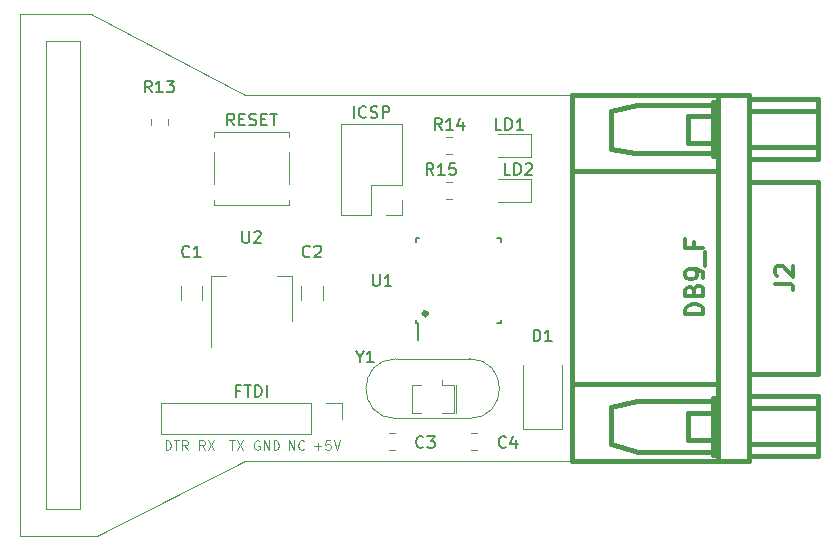
<source format=gbr>
G04 #@! TF.GenerationSoftware,KiCad,Pcbnew,5.1.4-e60b266~84~ubuntu16.04.1*
G04 #@! TF.CreationDate,2019-11-10T18:33:16+00:00*
G04 #@! TF.ProjectId,OpenPSX2AmigaPadAdapter,4f70656e-5053-4583-9241-6d6967615061,2*
G04 #@! TF.SameCoordinates,Original*
G04 #@! TF.FileFunction,Legend,Top*
G04 #@! TF.FilePolarity,Positive*
%FSLAX46Y46*%
G04 Gerber Fmt 4.6, Leading zero omitted, Abs format (unit mm)*
G04 Created by KiCad (PCBNEW 5.1.4-e60b266~84~ubuntu16.04.1) date 2019-11-10 18:33:16*
%MOMM*%
%LPD*%
G04 APERTURE LIST*
%ADD10C,0.400000*%
%ADD11C,0.120000*%
%ADD12C,0.150000*%
%ADD13C,0.050000*%
%ADD14C,0.381000*%
%ADD15C,0.304800*%
G04 APERTURE END LIST*
D10*
X143129000Y-79248000D02*
G75*
G03X143129000Y-79248000I-127000J0D01*
G01*
D11*
X131451428Y-90785904D02*
X131451428Y-89985904D01*
X131908571Y-90785904D01*
X131908571Y-89985904D01*
X132746666Y-90709714D02*
X132708571Y-90747809D01*
X132594285Y-90785904D01*
X132518095Y-90785904D01*
X132403809Y-90747809D01*
X132327619Y-90671619D01*
X132289523Y-90595428D01*
X132251428Y-90443047D01*
X132251428Y-90328761D01*
X132289523Y-90176380D01*
X132327619Y-90100190D01*
X132403809Y-90024000D01*
X132518095Y-89985904D01*
X132594285Y-89985904D01*
X132708571Y-90024000D01*
X132746666Y-90062095D01*
D12*
X126817619Y-63317380D02*
X126484285Y-62841190D01*
X126246190Y-63317380D02*
X126246190Y-62317380D01*
X126627142Y-62317380D01*
X126722380Y-62365000D01*
X126770000Y-62412619D01*
X126817619Y-62507857D01*
X126817619Y-62650714D01*
X126770000Y-62745952D01*
X126722380Y-62793571D01*
X126627142Y-62841190D01*
X126246190Y-62841190D01*
X127246190Y-62793571D02*
X127579523Y-62793571D01*
X127722380Y-63317380D02*
X127246190Y-63317380D01*
X127246190Y-62317380D01*
X127722380Y-62317380D01*
X128103333Y-63269761D02*
X128246190Y-63317380D01*
X128484285Y-63317380D01*
X128579523Y-63269761D01*
X128627142Y-63222142D01*
X128674761Y-63126904D01*
X128674761Y-63031666D01*
X128627142Y-62936428D01*
X128579523Y-62888809D01*
X128484285Y-62841190D01*
X128293809Y-62793571D01*
X128198571Y-62745952D01*
X128150952Y-62698333D01*
X128103333Y-62603095D01*
X128103333Y-62507857D01*
X128150952Y-62412619D01*
X128198571Y-62365000D01*
X128293809Y-62317380D01*
X128531904Y-62317380D01*
X128674761Y-62365000D01*
X129103333Y-62793571D02*
X129436666Y-62793571D01*
X129579523Y-63317380D02*
X129103333Y-63317380D01*
X129103333Y-62317380D01*
X129579523Y-62317380D01*
X129865238Y-62317380D02*
X130436666Y-62317380D01*
X130150952Y-63317380D02*
X130150952Y-62317380D01*
D13*
X113792000Y-95758000D02*
X110871000Y-95758000D01*
X113792000Y-56134000D02*
X113792000Y-95758000D01*
X110871000Y-56134000D02*
X113792000Y-56134000D01*
X110871000Y-95758000D02*
X110871000Y-56134000D01*
D12*
X136948809Y-62682380D02*
X136948809Y-61682380D01*
X137996428Y-62587142D02*
X137948809Y-62634761D01*
X137805952Y-62682380D01*
X137710714Y-62682380D01*
X137567857Y-62634761D01*
X137472619Y-62539523D01*
X137425000Y-62444285D01*
X137377380Y-62253809D01*
X137377380Y-62110952D01*
X137425000Y-61920476D01*
X137472619Y-61825238D01*
X137567857Y-61730000D01*
X137710714Y-61682380D01*
X137805952Y-61682380D01*
X137948809Y-61730000D01*
X137996428Y-61777619D01*
X138377380Y-62634761D02*
X138520238Y-62682380D01*
X138758333Y-62682380D01*
X138853571Y-62634761D01*
X138901190Y-62587142D01*
X138948809Y-62491904D01*
X138948809Y-62396666D01*
X138901190Y-62301428D01*
X138853571Y-62253809D01*
X138758333Y-62206190D01*
X138567857Y-62158571D01*
X138472619Y-62110952D01*
X138425000Y-62063333D01*
X138377380Y-61968095D01*
X138377380Y-61872857D01*
X138425000Y-61777619D01*
X138472619Y-61730000D01*
X138567857Y-61682380D01*
X138805952Y-61682380D01*
X138948809Y-61730000D01*
X139377380Y-62682380D02*
X139377380Y-61682380D01*
X139758333Y-61682380D01*
X139853571Y-61730000D01*
X139901190Y-61777619D01*
X139948809Y-61872857D01*
X139948809Y-62015714D01*
X139901190Y-62110952D01*
X139853571Y-62158571D01*
X139758333Y-62206190D01*
X139377380Y-62206190D01*
X127293809Y-85780571D02*
X126960476Y-85780571D01*
X126960476Y-86304380D02*
X126960476Y-85304380D01*
X127436666Y-85304380D01*
X127674761Y-85304380D02*
X128246190Y-85304380D01*
X127960476Y-86304380D02*
X127960476Y-85304380D01*
X128579523Y-86304380D02*
X128579523Y-85304380D01*
X128817619Y-85304380D01*
X128960476Y-85352000D01*
X129055714Y-85447238D01*
X129103333Y-85542476D01*
X129150952Y-85732952D01*
X129150952Y-85875809D01*
X129103333Y-86066285D01*
X129055714Y-86161523D01*
X128960476Y-86256761D01*
X128817619Y-86304380D01*
X128579523Y-86304380D01*
X129579523Y-86304380D02*
X129579523Y-85304380D01*
D11*
X133591428Y-90481142D02*
X134200952Y-90481142D01*
X133896190Y-90785904D02*
X133896190Y-90176380D01*
X134962857Y-89985904D02*
X134581904Y-89985904D01*
X134543809Y-90366857D01*
X134581904Y-90328761D01*
X134658095Y-90290666D01*
X134848571Y-90290666D01*
X134924761Y-90328761D01*
X134962857Y-90366857D01*
X135000952Y-90443047D01*
X135000952Y-90633523D01*
X134962857Y-90709714D01*
X134924761Y-90747809D01*
X134848571Y-90785904D01*
X134658095Y-90785904D01*
X134581904Y-90747809D01*
X134543809Y-90709714D01*
X135229523Y-89985904D02*
X135496190Y-90785904D01*
X135762857Y-89985904D01*
X128930476Y-90024000D02*
X128854285Y-89985904D01*
X128740000Y-89985904D01*
X128625714Y-90024000D01*
X128549523Y-90100190D01*
X128511428Y-90176380D01*
X128473333Y-90328761D01*
X128473333Y-90443047D01*
X128511428Y-90595428D01*
X128549523Y-90671619D01*
X128625714Y-90747809D01*
X128740000Y-90785904D01*
X128816190Y-90785904D01*
X128930476Y-90747809D01*
X128968571Y-90709714D01*
X128968571Y-90443047D01*
X128816190Y-90443047D01*
X129311428Y-90785904D02*
X129311428Y-89985904D01*
X129768571Y-90785904D01*
X129768571Y-89985904D01*
X130149523Y-90785904D02*
X130149523Y-89985904D01*
X130340000Y-89985904D01*
X130454285Y-90024000D01*
X130530476Y-90100190D01*
X130568571Y-90176380D01*
X130606666Y-90328761D01*
X130606666Y-90443047D01*
X130568571Y-90595428D01*
X130530476Y-90671619D01*
X130454285Y-90747809D01*
X130340000Y-90785904D01*
X130149523Y-90785904D01*
X121005714Y-90785904D02*
X121005714Y-89985904D01*
X121196190Y-89985904D01*
X121310476Y-90024000D01*
X121386666Y-90100190D01*
X121424761Y-90176380D01*
X121462857Y-90328761D01*
X121462857Y-90443047D01*
X121424761Y-90595428D01*
X121386666Y-90671619D01*
X121310476Y-90747809D01*
X121196190Y-90785904D01*
X121005714Y-90785904D01*
X121691428Y-89985904D02*
X122148571Y-89985904D01*
X121920000Y-90785904D02*
X121920000Y-89985904D01*
X122872380Y-90785904D02*
X122605714Y-90404952D01*
X122415238Y-90785904D02*
X122415238Y-89985904D01*
X122720000Y-89985904D01*
X122796190Y-90024000D01*
X122834285Y-90062095D01*
X122872380Y-90138285D01*
X122872380Y-90252571D01*
X122834285Y-90328761D01*
X122796190Y-90366857D01*
X122720000Y-90404952D01*
X122415238Y-90404952D01*
X124326666Y-90785904D02*
X124060000Y-90404952D01*
X123869523Y-90785904D02*
X123869523Y-89985904D01*
X124174285Y-89985904D01*
X124250476Y-90024000D01*
X124288571Y-90062095D01*
X124326666Y-90138285D01*
X124326666Y-90252571D01*
X124288571Y-90328761D01*
X124250476Y-90366857D01*
X124174285Y-90404952D01*
X123869523Y-90404952D01*
X124593333Y-89985904D02*
X125126666Y-90785904D01*
X125126666Y-89985904D02*
X124593333Y-90785904D01*
X126390476Y-89985904D02*
X126847619Y-89985904D01*
X126619047Y-90785904D02*
X126619047Y-89985904D01*
X127038095Y-89985904D02*
X127571428Y-90785904D01*
X127571428Y-89985904D02*
X127038095Y-90785904D01*
D13*
X167640000Y-91694000D02*
X127762000Y-91694000D01*
X127762000Y-91694000D02*
X115189000Y-98044000D01*
X108712000Y-98044000D02*
X115189000Y-98044000D01*
X108712000Y-53848000D02*
X108712000Y-98044000D01*
X114681000Y-53848000D02*
X108712000Y-53848000D01*
X127762000Y-60706000D02*
X114681000Y-53848000D01*
X127762000Y-60706000D02*
X167640000Y-60706000D01*
X167640000Y-60706000D02*
X167640000Y-91694000D01*
D11*
X134310000Y-76867936D02*
X134310000Y-78072064D01*
X132490000Y-76867936D02*
X132490000Y-78072064D01*
X122290000Y-78072064D02*
X122290000Y-76867936D01*
X124110000Y-78072064D02*
X124110000Y-76867936D01*
X139900748Y-89333000D02*
X140423252Y-89333000D01*
X139900748Y-90753000D02*
X140423252Y-90753000D01*
X147353252Y-89333000D02*
X146830748Y-89333000D01*
X147353252Y-90753000D02*
X146830748Y-90753000D01*
X151974000Y-67874000D02*
X149114000Y-67874000D01*
X151974000Y-69794000D02*
X151974000Y-67874000D01*
X149114000Y-69794000D02*
X151974000Y-69794000D01*
X149114000Y-65984000D02*
X151974000Y-65984000D01*
X151974000Y-65984000D02*
X151974000Y-64064000D01*
X151974000Y-64064000D02*
X149114000Y-64064000D01*
X145295252Y-69544000D02*
X144772748Y-69544000D01*
X145295252Y-68124000D02*
X144772748Y-68124000D01*
X145295252Y-64314000D02*
X144772748Y-64314000D01*
X145295252Y-65734000D02*
X144772748Y-65734000D01*
D12*
X142171000Y-80079000D02*
X142396000Y-80079000D01*
X142171000Y-72829000D02*
X142496000Y-72829000D01*
X149421000Y-72829000D02*
X149096000Y-72829000D01*
X149421000Y-80079000D02*
X149096000Y-80079000D01*
X142171000Y-80079000D02*
X142171000Y-79754000D01*
X149421000Y-80079000D02*
X149421000Y-79754000D01*
X149421000Y-72829000D02*
X149421000Y-73154000D01*
X142171000Y-72829000D02*
X142171000Y-73154000D01*
X142396000Y-80079000D02*
X142396000Y-81504000D01*
D11*
X131680000Y-76102000D02*
X130420000Y-76102000D01*
X124860000Y-76102000D02*
X126120000Y-76102000D01*
X131680000Y-79862000D02*
X131680000Y-76102000D01*
X124860000Y-82112000D02*
X124860000Y-76102000D01*
X146752000Y-88123000D02*
G75*
G03X146752000Y-83073000I0J2525000D01*
G01*
X140502000Y-88123000D02*
G75*
G02X140502000Y-83073000I0J2525000D01*
G01*
X140502000Y-88123000D02*
X146752000Y-88123000D01*
X140502000Y-83073000D02*
X146752000Y-83073000D01*
X120590000Y-86808000D02*
X120590000Y-89468000D01*
X133350000Y-86808000D02*
X120590000Y-86808000D01*
X133350000Y-89468000D02*
X120590000Y-89468000D01*
X133350000Y-86808000D02*
X133350000Y-89468000D01*
X134620000Y-86808000D02*
X135950000Y-86808000D01*
X135950000Y-86808000D02*
X135950000Y-88138000D01*
X141030000Y-63186000D02*
X135830000Y-63186000D01*
X141030000Y-68326000D02*
X141030000Y-63186000D01*
X135830000Y-70926000D02*
X135830000Y-63186000D01*
X141030000Y-68326000D02*
X138430000Y-68326000D01*
X138430000Y-68326000D02*
X138430000Y-70926000D01*
X138430000Y-70926000D02*
X135830000Y-70926000D01*
X141030000Y-69596000D02*
X141030000Y-70926000D01*
X141030000Y-70926000D02*
X139700000Y-70926000D01*
D14*
X155448000Y-91694000D02*
X170434000Y-91694000D01*
X155448000Y-60706000D02*
X155448000Y-91694000D01*
X170434000Y-60706000D02*
X155448000Y-60706000D01*
X170434000Y-91694000D02*
X170434000Y-60706000D01*
X176276000Y-68072000D02*
X170434000Y-68072000D01*
X176276000Y-84328000D02*
X176276000Y-68072000D01*
X170434000Y-84328000D02*
X176276000Y-84328000D01*
X176276000Y-86233000D02*
X170561000Y-86233000D01*
X176276000Y-91313000D02*
X176276000Y-86233000D01*
X170434000Y-91313000D02*
X176276000Y-91313000D01*
X176276000Y-61087000D02*
X170561000Y-61087000D01*
X176276000Y-66167000D02*
X176276000Y-61087000D01*
X170434000Y-66167000D02*
X176276000Y-66167000D01*
X170434000Y-65151000D02*
X176276000Y-65151000D01*
X170434000Y-62103000D02*
X176276000Y-62103000D01*
X170434000Y-90297000D02*
X176276000Y-90297000D01*
X170434000Y-87249000D02*
X176276000Y-87249000D01*
X167767000Y-91694000D02*
X167767000Y-60706000D01*
X167767000Y-85217000D02*
X155448000Y-85217000D01*
X167767000Y-67183000D02*
X155448000Y-67183000D01*
X165227000Y-87630000D02*
X167767000Y-87630000D01*
X165227000Y-89916000D02*
X165227000Y-87630000D01*
X167767000Y-89916000D02*
X165227000Y-89916000D01*
X165227000Y-62484000D02*
X167767000Y-62484000D01*
X165227000Y-64770000D02*
X165227000Y-62484000D01*
X167767000Y-64770000D02*
X165227000Y-64770000D01*
X167640000Y-86360000D02*
X167386000Y-86360000D01*
X167640000Y-91186000D02*
X167640000Y-86360000D01*
X167386000Y-91186000D02*
X167640000Y-91186000D01*
X167386000Y-86360000D02*
X167386000Y-91186000D01*
X167640000Y-61341000D02*
X167386000Y-61341000D01*
X167640000Y-65913000D02*
X167640000Y-61341000D01*
X167386000Y-65913000D02*
X167640000Y-65913000D01*
X167386000Y-61341000D02*
X167386000Y-65913000D01*
X158750000Y-90297000D02*
X158750000Y-87122000D01*
X161036000Y-90932000D02*
X158750000Y-90297000D01*
X167386000Y-90932000D02*
X161036000Y-90932000D01*
X160909000Y-86614000D02*
X167386000Y-86614000D01*
X158750000Y-87122000D02*
X160909000Y-86614000D01*
X160909000Y-61595000D02*
X167386000Y-61595000D01*
X158750000Y-62103000D02*
X160909000Y-61595000D01*
X158750000Y-65278000D02*
X158750000Y-62103000D01*
X160782000Y-65659000D02*
X158750000Y-65278000D01*
X167386000Y-65659000D02*
X160782000Y-65659000D01*
D11*
X125120000Y-69594000D02*
X125120000Y-70044000D01*
X125120000Y-70044000D02*
X131420000Y-70044000D01*
X131420000Y-70044000D02*
X131420000Y-69644000D01*
X125120000Y-68294000D02*
X125120000Y-65594000D01*
X131420000Y-65594000D02*
X131420000Y-68294000D01*
X125120000Y-63844000D02*
X131420000Y-63844000D01*
X131420000Y-63844000D02*
X131420000Y-64294000D01*
X125120000Y-64294000D02*
X125120000Y-63844000D01*
X151258000Y-88998000D02*
X154558000Y-88998000D01*
X154558000Y-88998000D02*
X154558000Y-83598000D01*
X151258000Y-88998000D02*
X151258000Y-83598000D01*
X141837000Y-85287000D02*
X142637000Y-85287000D01*
X141837000Y-87687000D02*
X141837000Y-85687000D01*
X142637000Y-87687000D02*
X141837000Y-87687000D01*
X145437000Y-87687000D02*
X144437000Y-87687000D01*
X145437000Y-85687000D02*
X145437000Y-87687000D01*
X144437000Y-85287000D02*
X145437000Y-85287000D01*
X144437000Y-85287000D02*
X144437000Y-84887000D01*
X145637000Y-87687000D02*
X145637000Y-85687000D01*
X141837000Y-85687000D02*
X141837000Y-85287000D01*
X145437000Y-85687000D02*
X145437000Y-85287000D01*
X145637000Y-85687000D02*
X145637000Y-85287000D01*
X119754500Y-63253252D02*
X119754500Y-62730748D01*
X121174500Y-63253252D02*
X121174500Y-62730748D01*
D12*
X133233333Y-74398142D02*
X133185714Y-74445761D01*
X133042857Y-74493380D01*
X132947619Y-74493380D01*
X132804761Y-74445761D01*
X132709523Y-74350523D01*
X132661904Y-74255285D01*
X132614285Y-74064809D01*
X132614285Y-73921952D01*
X132661904Y-73731476D01*
X132709523Y-73636238D01*
X132804761Y-73541000D01*
X132947619Y-73493380D01*
X133042857Y-73493380D01*
X133185714Y-73541000D01*
X133233333Y-73588619D01*
X133614285Y-73588619D02*
X133661904Y-73541000D01*
X133757142Y-73493380D01*
X133995238Y-73493380D01*
X134090476Y-73541000D01*
X134138095Y-73588619D01*
X134185714Y-73683857D01*
X134185714Y-73779095D01*
X134138095Y-73921952D01*
X133566666Y-74493380D01*
X134185714Y-74493380D01*
X123033333Y-74398142D02*
X122985714Y-74445761D01*
X122842857Y-74493380D01*
X122747619Y-74493380D01*
X122604761Y-74445761D01*
X122509523Y-74350523D01*
X122461904Y-74255285D01*
X122414285Y-74064809D01*
X122414285Y-73921952D01*
X122461904Y-73731476D01*
X122509523Y-73636238D01*
X122604761Y-73541000D01*
X122747619Y-73493380D01*
X122842857Y-73493380D01*
X122985714Y-73541000D01*
X123033333Y-73588619D01*
X123985714Y-74493380D02*
X123414285Y-74493380D01*
X123700000Y-74493380D02*
X123700000Y-73493380D01*
X123604761Y-73636238D01*
X123509523Y-73731476D01*
X123414285Y-73779095D01*
X142835333Y-90527142D02*
X142787714Y-90574761D01*
X142644857Y-90622380D01*
X142549619Y-90622380D01*
X142406761Y-90574761D01*
X142311523Y-90479523D01*
X142263904Y-90384285D01*
X142216285Y-90193809D01*
X142216285Y-90050952D01*
X142263904Y-89860476D01*
X142311523Y-89765238D01*
X142406761Y-89670000D01*
X142549619Y-89622380D01*
X142644857Y-89622380D01*
X142787714Y-89670000D01*
X142835333Y-89717619D01*
X143168666Y-89622380D02*
X143787714Y-89622380D01*
X143454380Y-90003333D01*
X143597238Y-90003333D01*
X143692476Y-90050952D01*
X143740095Y-90098571D01*
X143787714Y-90193809D01*
X143787714Y-90431904D01*
X143740095Y-90527142D01*
X143692476Y-90574761D01*
X143597238Y-90622380D01*
X143311523Y-90622380D01*
X143216285Y-90574761D01*
X143168666Y-90527142D01*
X149820333Y-90527142D02*
X149772714Y-90574761D01*
X149629857Y-90622380D01*
X149534619Y-90622380D01*
X149391761Y-90574761D01*
X149296523Y-90479523D01*
X149248904Y-90384285D01*
X149201285Y-90193809D01*
X149201285Y-90050952D01*
X149248904Y-89860476D01*
X149296523Y-89765238D01*
X149391761Y-89670000D01*
X149534619Y-89622380D01*
X149629857Y-89622380D01*
X149772714Y-89670000D01*
X149820333Y-89717619D01*
X150677476Y-89955714D02*
X150677476Y-90622380D01*
X150439380Y-89574761D02*
X150201285Y-90289047D01*
X150820333Y-90289047D01*
X150209333Y-67508380D02*
X149733142Y-67508380D01*
X149733142Y-66508380D01*
X150542666Y-67508380D02*
X150542666Y-66508380D01*
X150780761Y-66508380D01*
X150923619Y-66556000D01*
X151018857Y-66651238D01*
X151066476Y-66746476D01*
X151114095Y-66936952D01*
X151114095Y-67079809D01*
X151066476Y-67270285D01*
X151018857Y-67365523D01*
X150923619Y-67460761D01*
X150780761Y-67508380D01*
X150542666Y-67508380D01*
X151495047Y-66603619D02*
X151542666Y-66556000D01*
X151637904Y-66508380D01*
X151876000Y-66508380D01*
X151971238Y-66556000D01*
X152018857Y-66603619D01*
X152066476Y-66698857D01*
X152066476Y-66794095D01*
X152018857Y-66936952D01*
X151447428Y-67508380D01*
X152066476Y-67508380D01*
X149447333Y-63698380D02*
X148971142Y-63698380D01*
X148971142Y-62698380D01*
X149780666Y-63698380D02*
X149780666Y-62698380D01*
X150018761Y-62698380D01*
X150161619Y-62746000D01*
X150256857Y-62841238D01*
X150304476Y-62936476D01*
X150352095Y-63126952D01*
X150352095Y-63269809D01*
X150304476Y-63460285D01*
X150256857Y-63555523D01*
X150161619Y-63650761D01*
X150018761Y-63698380D01*
X149780666Y-63698380D01*
X151304476Y-63698380D02*
X150733047Y-63698380D01*
X151018761Y-63698380D02*
X151018761Y-62698380D01*
X150923523Y-62841238D01*
X150828285Y-62936476D01*
X150733047Y-62984095D01*
X143692642Y-67508380D02*
X143359309Y-67032190D01*
X143121214Y-67508380D02*
X143121214Y-66508380D01*
X143502166Y-66508380D01*
X143597404Y-66556000D01*
X143645023Y-66603619D01*
X143692642Y-66698857D01*
X143692642Y-66841714D01*
X143645023Y-66936952D01*
X143597404Y-66984571D01*
X143502166Y-67032190D01*
X143121214Y-67032190D01*
X144645023Y-67508380D02*
X144073595Y-67508380D01*
X144359309Y-67508380D02*
X144359309Y-66508380D01*
X144264071Y-66651238D01*
X144168833Y-66746476D01*
X144073595Y-66794095D01*
X145549785Y-66508380D02*
X145073595Y-66508380D01*
X145025976Y-66984571D01*
X145073595Y-66936952D01*
X145168833Y-66889333D01*
X145406928Y-66889333D01*
X145502166Y-66936952D01*
X145549785Y-66984571D01*
X145597404Y-67079809D01*
X145597404Y-67317904D01*
X145549785Y-67413142D01*
X145502166Y-67460761D01*
X145406928Y-67508380D01*
X145168833Y-67508380D01*
X145073595Y-67460761D01*
X145025976Y-67413142D01*
X144391142Y-63698380D02*
X144057809Y-63222190D01*
X143819714Y-63698380D02*
X143819714Y-62698380D01*
X144200666Y-62698380D01*
X144295904Y-62746000D01*
X144343523Y-62793619D01*
X144391142Y-62888857D01*
X144391142Y-63031714D01*
X144343523Y-63126952D01*
X144295904Y-63174571D01*
X144200666Y-63222190D01*
X143819714Y-63222190D01*
X145343523Y-63698380D02*
X144772095Y-63698380D01*
X145057809Y-63698380D02*
X145057809Y-62698380D01*
X144962571Y-62841238D01*
X144867333Y-62936476D01*
X144772095Y-62984095D01*
X146200666Y-63031714D02*
X146200666Y-63698380D01*
X145962571Y-62650761D02*
X145724476Y-63365047D01*
X146343523Y-63365047D01*
X138557095Y-75906380D02*
X138557095Y-76715904D01*
X138604714Y-76811142D01*
X138652333Y-76858761D01*
X138747571Y-76906380D01*
X138938047Y-76906380D01*
X139033285Y-76858761D01*
X139080904Y-76811142D01*
X139128523Y-76715904D01*
X139128523Y-75906380D01*
X140128523Y-76906380D02*
X139557095Y-76906380D01*
X139842809Y-76906380D02*
X139842809Y-75906380D01*
X139747571Y-76049238D01*
X139652333Y-76144476D01*
X139557095Y-76192095D01*
X127508095Y-72257380D02*
X127508095Y-73066904D01*
X127555714Y-73162142D01*
X127603333Y-73209761D01*
X127698571Y-73257380D01*
X127889047Y-73257380D01*
X127984285Y-73209761D01*
X128031904Y-73162142D01*
X128079523Y-73066904D01*
X128079523Y-72257380D01*
X128508095Y-72352619D02*
X128555714Y-72305000D01*
X128650952Y-72257380D01*
X128889047Y-72257380D01*
X128984285Y-72305000D01*
X129031904Y-72352619D01*
X129079523Y-72447857D01*
X129079523Y-72543095D01*
X129031904Y-72685952D01*
X128460476Y-73257380D01*
X129079523Y-73257380D01*
X137445809Y-82907190D02*
X137445809Y-83383380D01*
X137112476Y-82383380D02*
X137445809Y-82907190D01*
X137779142Y-82383380D01*
X138636285Y-83383380D02*
X138064857Y-83383380D01*
X138350571Y-83383380D02*
X138350571Y-82383380D01*
X138255333Y-82526238D01*
X138160095Y-82621476D01*
X138064857Y-82669095D01*
D15*
X172647428Y-76708000D02*
X173736000Y-76708000D01*
X173953714Y-76780571D01*
X174098857Y-76925714D01*
X174171428Y-77143428D01*
X174171428Y-77288571D01*
X172792571Y-76054857D02*
X172720000Y-75982285D01*
X172647428Y-75837142D01*
X172647428Y-75474285D01*
X172720000Y-75329142D01*
X172792571Y-75256571D01*
X172937714Y-75184000D01*
X173082857Y-75184000D01*
X173300571Y-75256571D01*
X174171428Y-76127428D01*
X174171428Y-75184000D01*
X166551428Y-79320571D02*
X165027428Y-79320571D01*
X165027428Y-78957714D01*
X165100000Y-78740000D01*
X165245142Y-78594857D01*
X165390285Y-78522285D01*
X165680571Y-78449714D01*
X165898285Y-78449714D01*
X166188571Y-78522285D01*
X166333714Y-78594857D01*
X166478857Y-78740000D01*
X166551428Y-78957714D01*
X166551428Y-79320571D01*
X165753142Y-77288571D02*
X165825714Y-77070857D01*
X165898285Y-76998285D01*
X166043428Y-76925714D01*
X166261142Y-76925714D01*
X166406285Y-76998285D01*
X166478857Y-77070857D01*
X166551428Y-77216000D01*
X166551428Y-77796571D01*
X165027428Y-77796571D01*
X165027428Y-77288571D01*
X165100000Y-77143428D01*
X165172571Y-77070857D01*
X165317714Y-76998285D01*
X165462857Y-76998285D01*
X165608000Y-77070857D01*
X165680571Y-77143428D01*
X165753142Y-77288571D01*
X165753142Y-77796571D01*
X166551428Y-76200000D02*
X166551428Y-75909714D01*
X166478857Y-75764571D01*
X166406285Y-75692000D01*
X166188571Y-75546857D01*
X165898285Y-75474285D01*
X165317714Y-75474285D01*
X165172571Y-75546857D01*
X165100000Y-75619428D01*
X165027428Y-75764571D01*
X165027428Y-76054857D01*
X165100000Y-76200000D01*
X165172571Y-76272571D01*
X165317714Y-76345142D01*
X165680571Y-76345142D01*
X165825714Y-76272571D01*
X165898285Y-76200000D01*
X165970857Y-76054857D01*
X165970857Y-75764571D01*
X165898285Y-75619428D01*
X165825714Y-75546857D01*
X165680571Y-75474285D01*
X166696571Y-75184000D02*
X166696571Y-74022857D01*
X165753142Y-73152000D02*
X165753142Y-73660000D01*
X166551428Y-73660000D02*
X165027428Y-73660000D01*
X165027428Y-72934285D01*
D12*
X152169904Y-81605380D02*
X152169904Y-80605380D01*
X152408000Y-80605380D01*
X152550857Y-80653000D01*
X152646095Y-80748238D01*
X152693714Y-80843476D01*
X152741333Y-81033952D01*
X152741333Y-81176809D01*
X152693714Y-81367285D01*
X152646095Y-81462523D01*
X152550857Y-81557761D01*
X152408000Y-81605380D01*
X152169904Y-81605380D01*
X153693714Y-81605380D02*
X153122285Y-81605380D01*
X153408000Y-81605380D02*
X153408000Y-80605380D01*
X153312761Y-80748238D01*
X153217523Y-80843476D01*
X153122285Y-80891095D01*
X119821642Y-60523380D02*
X119488309Y-60047190D01*
X119250214Y-60523380D02*
X119250214Y-59523380D01*
X119631166Y-59523380D01*
X119726404Y-59571000D01*
X119774023Y-59618619D01*
X119821642Y-59713857D01*
X119821642Y-59856714D01*
X119774023Y-59951952D01*
X119726404Y-59999571D01*
X119631166Y-60047190D01*
X119250214Y-60047190D01*
X120774023Y-60523380D02*
X120202595Y-60523380D01*
X120488309Y-60523380D02*
X120488309Y-59523380D01*
X120393071Y-59666238D01*
X120297833Y-59761476D01*
X120202595Y-59809095D01*
X121107357Y-59523380D02*
X121726404Y-59523380D01*
X121393071Y-59904333D01*
X121535928Y-59904333D01*
X121631166Y-59951952D01*
X121678785Y-59999571D01*
X121726404Y-60094809D01*
X121726404Y-60332904D01*
X121678785Y-60428142D01*
X121631166Y-60475761D01*
X121535928Y-60523380D01*
X121250214Y-60523380D01*
X121154976Y-60475761D01*
X121107357Y-60428142D01*
M02*

</source>
